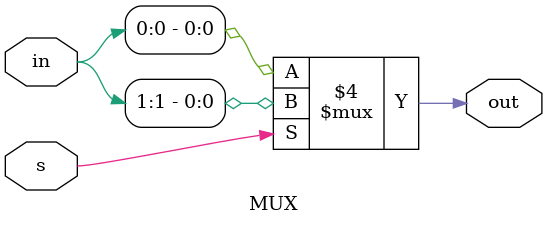
<source format=v>
module MUX(out, in, s);
    output reg out;       // Output
    input [1:0] in;       // 2-bit Input
    input s;              // Select Line

    always @(*) begin
        if (s == 1'b0)    // If select is 0
            out = in[0];  // Output is in[0]
        else              // If select is 1
            out = in[1];  // Output is in[1]
    end
endmodule

</source>
